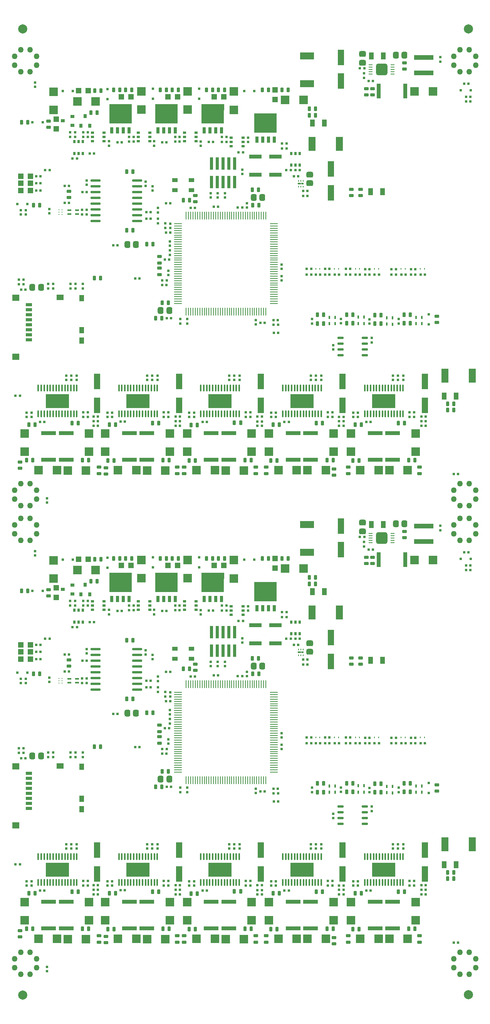
<source format=gtp>
G04 Layer_Color=8421504*
%FSLAX24Y24*%
%MOIN*%
G70*
G01*
G75*
G04:AMPARAMS|DCode=11|XSize=78.7mil|YSize=78.7mil|CornerRadius=39.4mil|HoleSize=0mil|Usage=FLASHONLY|Rotation=90.000|XOffset=0mil|YOffset=0mil|HoleType=Round|Shape=RoundedRectangle|*
%AMROUNDEDRECTD11*
21,1,0.0787,0.0000,0,0,90.0*
21,1,0.0000,0.0787,0,0,90.0*
1,1,0.0787,0.0000,0.0000*
1,1,0.0787,0.0000,0.0000*
1,1,0.0787,0.0000,0.0000*
1,1,0.0787,0.0000,0.0000*
%
%ADD11ROUNDEDRECTD11*%
%ADD19C,0.0500*%
%ADD33R,0.0110X0.0157*%
%ADD65R,0.0591X0.0453*%
%ADD138R,0.0256X0.0118*%
%ADD139R,0.0217X0.0118*%
%ADD140R,0.0300X0.0340*%
%ADD141R,0.0340X0.0300*%
%ADD142R,0.2035X0.1200*%
%ADD143O,0.0118X0.0649*%
G04:AMPARAMS|DCode=144|XSize=20mil|YSize=22mil|CornerRadius=3.4mil|HoleSize=0mil|Usage=FLASHONLY|Rotation=180.000|XOffset=0mil|YOffset=0mil|HoleType=Round|Shape=RoundedRectangle|*
%AMROUNDEDRECTD144*
21,1,0.0200,0.0152,0,0,180.0*
21,1,0.0132,0.0220,0,0,180.0*
1,1,0.0068,-0.0066,0.0076*
1,1,0.0068,0.0066,0.0076*
1,1,0.0068,0.0066,-0.0076*
1,1,0.0068,-0.0066,-0.0076*
%
%ADD144ROUNDEDRECTD144*%
%ADD145R,0.1279X0.0334*%
G04:AMPARAMS|DCode=146|XSize=20mil|YSize=22mil|CornerRadius=3.4mil|HoleSize=0mil|Usage=FLASHONLY|Rotation=270.000|XOffset=0mil|YOffset=0mil|HoleType=Round|Shape=RoundedRectangle|*
%AMROUNDEDRECTD146*
21,1,0.0200,0.0152,0,0,270.0*
21,1,0.0132,0.0220,0,0,270.0*
1,1,0.0068,-0.0076,-0.0066*
1,1,0.0068,-0.0076,0.0066*
1,1,0.0068,0.0076,0.0066*
1,1,0.0068,0.0076,-0.0066*
%
%ADD146ROUNDEDRECTD146*%
G04:AMPARAMS|DCode=147|XSize=27.1mil|YSize=37.4mil|CornerRadius=4.8mil|HoleSize=0mil|Usage=FLASHONLY|Rotation=0.000|XOffset=0mil|YOffset=0mil|HoleType=Round|Shape=RoundedRectangle|*
%AMROUNDEDRECTD147*
21,1,0.0271,0.0277,0,0,0.0*
21,1,0.0175,0.0374,0,0,0.0*
1,1,0.0097,0.0087,-0.0139*
1,1,0.0097,-0.0087,-0.0139*
1,1,0.0097,-0.0087,0.0139*
1,1,0.0097,0.0087,0.0139*
%
%ADD147ROUNDEDRECTD147*%
%ADD148R,0.0452X0.0334*%
%ADD149R,0.0216X0.0315*%
%ADD150R,0.0315X0.0216*%
%ADD151O,0.0571X0.0216*%
%ADD152O,0.0886X0.0216*%
G04:AMPARAMS|DCode=153|XSize=103mil|YSize=103mil|CornerRadius=25.3mil|HoleSize=0mil|Usage=FLASHONLY|Rotation=0.000|XOffset=0mil|YOffset=0mil|HoleType=Round|Shape=RoundedRectangle|*
%AMROUNDEDRECTD153*
21,1,0.1030,0.0525,0,0,0.0*
21,1,0.0525,0.1030,0,0,0.0*
1,1,0.0505,0.0263,-0.0263*
1,1,0.0505,-0.0263,-0.0263*
1,1,0.0505,-0.0263,0.0263*
1,1,0.0505,0.0263,0.0263*
%
%ADD153ROUNDEDRECTD153*%
%ADD154R,0.0382X0.0098*%
%ADD155O,0.0098X0.0689*%
%ADD156O,0.0689X0.0098*%
%ADD157R,0.1082X0.0374*%
G04:AMPARAMS|DCode=158|XSize=27.1mil|YSize=37.4mil|CornerRadius=4.8mil|HoleSize=0mil|Usage=FLASHONLY|Rotation=270.000|XOffset=0mil|YOffset=0mil|HoleType=Round|Shape=RoundedRectangle|*
%AMROUNDEDRECTD158*
21,1,0.0271,0.0277,0,0,270.0*
21,1,0.0175,0.0374,0,0,270.0*
1,1,0.0097,-0.0139,-0.0087*
1,1,0.0097,-0.0139,0.0087*
1,1,0.0097,0.0139,0.0087*
1,1,0.0097,0.0139,-0.0087*
%
%ADD158ROUNDEDRECTD158*%
%ADD159R,0.0334X0.1279*%
%ADD160R,0.1950X0.1680*%
%ADD161R,0.0260X0.0540*%
%ADD162R,0.0460X0.0460*%
%ADD163R,0.0334X0.0137*%
%ADD164R,0.1653X0.0445*%
G04:AMPARAMS|DCode=165|XSize=50mil|YSize=58mil|CornerRadius=12mil|HoleSize=0mil|Usage=FLASHONLY|Rotation=0.000|XOffset=0mil|YOffset=0mil|HoleType=Round|Shape=RoundedRectangle|*
%AMROUNDEDRECTD165*
21,1,0.0500,0.0340,0,0,0.0*
21,1,0.0260,0.0580,0,0,0.0*
1,1,0.0240,0.0130,-0.0170*
1,1,0.0240,-0.0130,-0.0170*
1,1,0.0240,-0.0130,0.0170*
1,1,0.0240,0.0130,0.0170*
%
%ADD165ROUNDEDRECTD165*%
%ADD166R,0.0275X0.1082*%
%ADD167R,0.0460X0.0460*%
%ADD168R,0.0770X0.0770*%
%ADD169R,0.0770X0.0770*%
%ADD170R,0.0220X0.0220*%
%ADD171R,0.0108X0.0086*%
%ADD172R,0.0180X0.0260*%
%ADD173R,0.0220X0.0220*%
%ADD174R,0.0610X0.1240*%
%ADD175R,0.1240X0.0610*%
G04:AMPARAMS|DCode=176|XSize=50mil|YSize=58mil|CornerRadius=12mil|HoleSize=0mil|Usage=FLASHONLY|Rotation=90.000|XOffset=0mil|YOffset=0mil|HoleType=Round|Shape=RoundedRectangle|*
%AMROUNDEDRECTD176*
21,1,0.0500,0.0340,0,0,90.0*
21,1,0.0260,0.0580,0,0,90.0*
1,1,0.0240,0.0170,0.0130*
1,1,0.0240,0.0170,-0.0130*
1,1,0.0240,-0.0170,-0.0130*
1,1,0.0240,-0.0170,0.0130*
%
%ADD176ROUNDEDRECTD176*%
%ADD177R,0.0413X0.0649*%
%ADD178R,0.0531X0.1319*%
%ADD179R,0.0098X0.0137*%
%ADD180R,0.0433X0.0571*%
%ADD181R,0.0571X0.0295*%
%ADD182R,0.0649X0.0531*%
G36*
X20192Y36205D02*
Y36153D01*
X19980D01*
Y36205D01*
X20015Y36240D01*
X20157D01*
X20192Y36205D01*
D02*
G37*
G36*
X20571D02*
Y36153D01*
X20361D01*
Y36205D01*
X20401Y36240D01*
X20541D01*
X20571Y36205D01*
D02*
G37*
G36*
X19818Y36201D02*
Y36153D01*
X19677D01*
Y36244D01*
X19775D01*
X19818Y36201D01*
D02*
G37*
G36*
X16561Y36205D02*
Y36153D01*
X16351D01*
Y36205D01*
X16391Y36240D01*
X16531D01*
X16561Y36205D01*
D02*
G37*
G36*
X16861Y36153D02*
X16731D01*
Y36201D01*
X16771Y36244D01*
X16861D01*
Y36153D01*
D02*
G37*
G36*
X24369Y36761D02*
X24334Y36731D01*
X24184D01*
X24145Y36771D01*
Y37011D01*
X24369D01*
Y36761D01*
D02*
G37*
G36*
X24747D02*
X24712Y36731D01*
X24562D01*
X24523Y36771D01*
Y37011D01*
X24747D01*
Y36761D01*
D02*
G37*
G36*
X25796Y36491D02*
X25696D01*
Y37011D01*
X25796D01*
Y36491D01*
D02*
G37*
G36*
X20871Y36153D02*
X20741D01*
Y36201D01*
X20781Y36244D01*
X20871D01*
Y36153D01*
D02*
G37*
G36*
X23976Y36491D02*
X23865D01*
Y37011D01*
X23976D01*
Y36491D01*
D02*
G37*
G36*
X25426Y35353D02*
X25296D01*
Y35401D01*
X25336Y35444D01*
X25426D01*
Y35353D01*
D02*
G37*
G36*
X11823Y36201D02*
Y36153D01*
X11681D01*
Y36244D01*
X11780D01*
X11823Y36201D01*
D02*
G37*
G36*
X25126Y35405D02*
Y35353D01*
X24916D01*
Y35405D01*
X24956Y35440D01*
X25096D01*
X25126Y35405D01*
D02*
G37*
G36*
X24373Y35401D02*
Y35353D01*
X24232D01*
Y35444D01*
X24330D01*
X24373Y35401D01*
D02*
G37*
G36*
X24747Y35405D02*
Y35353D01*
X24535D01*
Y35405D01*
X24570Y35440D01*
X24712D01*
X24747Y35405D01*
D02*
G37*
G36*
X15808Y36201D02*
Y36153D01*
X15667D01*
Y36244D01*
X15765D01*
X15808Y36201D01*
D02*
G37*
G36*
X16182Y36205D02*
Y36153D01*
X15970D01*
Y36205D01*
X16005Y36240D01*
X16147D01*
X16182Y36205D01*
D02*
G37*
G36*
X12876Y36153D02*
X12746D01*
Y36201D01*
X12786Y36244D01*
X12876D01*
Y36153D01*
D02*
G37*
G36*
X12197Y36205D02*
Y36153D01*
X11985D01*
Y36205D01*
X12020Y36240D01*
X12162D01*
X12197Y36205D01*
D02*
G37*
G36*
X12576D02*
Y36153D01*
X12366D01*
Y36205D01*
X12406Y36240D01*
X12546D01*
X12576Y36205D01*
D02*
G37*
G36*
X16182Y37561D02*
X16147Y37531D01*
X15997D01*
X15958Y37571D01*
Y37811D01*
X16182D01*
Y37561D01*
D02*
G37*
G36*
X16561Y37571D02*
X16521Y37531D01*
X16381D01*
X16341Y37571D01*
Y37811D01*
X16561D01*
Y37571D01*
D02*
G37*
G36*
X15804Y37561D02*
X15769Y37531D01*
X15619D01*
X15580Y37571D01*
Y37811D01*
X15804D01*
Y37561D01*
D02*
G37*
G36*
X12576Y37571D02*
X12536Y37531D01*
X12396D01*
X12356Y37571D01*
Y37811D01*
X12576D01*
Y37571D01*
D02*
G37*
G36*
X12946D02*
X12916Y37531D01*
X12766D01*
X12726Y37571D01*
Y37811D01*
X12946D01*
Y37571D01*
D02*
G37*
G36*
X20571D02*
X20531Y37531D01*
X20391D01*
X20351Y37571D01*
Y37811D01*
X20571D01*
Y37571D01*
D02*
G37*
G36*
X20941D02*
X20911Y37531D01*
X20761D01*
X20721Y37571D01*
Y37811D01*
X20941D01*
Y37571D01*
D02*
G37*
G36*
X20192Y37561D02*
X20157Y37531D01*
X20007D01*
X19968Y37571D01*
Y37811D01*
X20192D01*
Y37561D01*
D02*
G37*
G36*
X16931Y37571D02*
X16901Y37531D01*
X16751D01*
X16711Y37571D01*
Y37811D01*
X16931D01*
Y37571D01*
D02*
G37*
G36*
X19814Y37561D02*
X19779Y37531D01*
X19629D01*
X19590Y37571D01*
Y37811D01*
X19814D01*
Y37561D01*
D02*
G37*
G36*
X13246Y37291D02*
X13146D01*
Y37811D01*
X13246D01*
Y37291D01*
D02*
G37*
G36*
X15411D02*
X15300D01*
Y37811D01*
X15411D01*
Y37291D01*
D02*
G37*
G36*
X11426D02*
X11315D01*
Y37811D01*
X11426D01*
Y37291D01*
D02*
G37*
G36*
X25126Y36771D02*
X25086Y36731D01*
X24946D01*
X24906Y36771D01*
Y37011D01*
X25126D01*
Y36771D01*
D02*
G37*
G36*
X25496D02*
X25466Y36731D01*
X25316D01*
X25276Y36771D01*
Y37011D01*
X25496D01*
Y36771D01*
D02*
G37*
G36*
X11819Y37561D02*
X11784Y37531D01*
X11634D01*
X11595Y37571D01*
Y37811D01*
X11819D01*
Y37561D01*
D02*
G37*
G36*
X12197D02*
X12162Y37531D01*
X12012D01*
X11973Y37571D01*
Y37811D01*
X12197D01*
Y37561D01*
D02*
G37*
G36*
X21241Y37291D02*
X21141D01*
Y37811D01*
X21241D01*
Y37291D01*
D02*
G37*
G36*
X17231D02*
X17131D01*
Y37811D01*
X17231D01*
Y37291D01*
D02*
G37*
G36*
X19421D02*
X19310D01*
Y37811D01*
X19421D01*
Y37291D01*
D02*
G37*
G36*
X20192Y76705D02*
Y76653D01*
X19980D01*
Y76705D01*
X20015Y76740D01*
X20157D01*
X20192Y76705D01*
D02*
G37*
G36*
X20571D02*
Y76653D01*
X20361D01*
Y76705D01*
X20401Y76740D01*
X20541D01*
X20571Y76705D01*
D02*
G37*
G36*
X19818Y76701D02*
Y76653D01*
X19677D01*
Y76744D01*
X19775D01*
X19818Y76701D01*
D02*
G37*
G36*
X16561Y76705D02*
Y76653D01*
X16351D01*
Y76705D01*
X16391Y76740D01*
X16531D01*
X16561Y76705D01*
D02*
G37*
G36*
X16861Y76653D02*
X16731D01*
Y76701D01*
X16771Y76744D01*
X16861D01*
Y76653D01*
D02*
G37*
G36*
X24369Y77261D02*
X24334Y77231D01*
X24184D01*
X24145Y77271D01*
Y77511D01*
X24369D01*
Y77261D01*
D02*
G37*
G36*
X24747D02*
X24712Y77231D01*
X24562D01*
X24523Y77271D01*
Y77511D01*
X24747D01*
Y77261D01*
D02*
G37*
G36*
X25796Y76991D02*
X25696D01*
Y77511D01*
X25796D01*
Y76991D01*
D02*
G37*
G36*
X20871Y76653D02*
X20741D01*
Y76701D01*
X20781Y76744D01*
X20871D01*
Y76653D01*
D02*
G37*
G36*
X23976Y76991D02*
X23865D01*
Y77511D01*
X23976D01*
Y76991D01*
D02*
G37*
G36*
X25426Y75853D02*
X25296D01*
Y75901D01*
X25336Y75944D01*
X25426D01*
Y75853D01*
D02*
G37*
G36*
X11823Y76701D02*
Y76653D01*
X11681D01*
Y76744D01*
X11780D01*
X11823Y76701D01*
D02*
G37*
G36*
X25126Y75904D02*
Y75853D01*
X24916D01*
Y75904D01*
X24956Y75940D01*
X25096D01*
X25126Y75904D01*
D02*
G37*
G36*
X24373Y75901D02*
Y75853D01*
X24232D01*
Y75944D01*
X24330D01*
X24373Y75901D01*
D02*
G37*
G36*
X24747Y75904D02*
Y75853D01*
X24535D01*
Y75904D01*
X24570Y75940D01*
X24712D01*
X24747Y75904D01*
D02*
G37*
G36*
X15808Y76701D02*
Y76653D01*
X15667D01*
Y76744D01*
X15765D01*
X15808Y76701D01*
D02*
G37*
G36*
X16182Y76705D02*
Y76653D01*
X15970D01*
Y76705D01*
X16005Y76740D01*
X16147D01*
X16182Y76705D01*
D02*
G37*
G36*
X12876Y76653D02*
X12746D01*
Y76701D01*
X12786Y76744D01*
X12876D01*
Y76653D01*
D02*
G37*
G36*
X12197Y76705D02*
Y76653D01*
X11985D01*
Y76705D01*
X12020Y76740D01*
X12162D01*
X12197Y76705D01*
D02*
G37*
G36*
X12576D02*
Y76653D01*
X12366D01*
Y76705D01*
X12406Y76740D01*
X12546D01*
X12576Y76705D01*
D02*
G37*
G36*
X16182Y78061D02*
X16147Y78031D01*
X15997D01*
X15958Y78071D01*
Y78311D01*
X16182D01*
Y78061D01*
D02*
G37*
G36*
X16561Y78071D02*
X16521Y78031D01*
X16381D01*
X16341Y78071D01*
Y78311D01*
X16561D01*
Y78071D01*
D02*
G37*
G36*
X15804Y78061D02*
X15769Y78031D01*
X15619D01*
X15580Y78071D01*
Y78311D01*
X15804D01*
Y78061D01*
D02*
G37*
G36*
X12576Y78071D02*
X12536Y78031D01*
X12396D01*
X12356Y78071D01*
Y78311D01*
X12576D01*
Y78071D01*
D02*
G37*
G36*
X12946D02*
X12916Y78031D01*
X12766D01*
X12726Y78071D01*
Y78311D01*
X12946D01*
Y78071D01*
D02*
G37*
G36*
X20571D02*
X20531Y78031D01*
X20391D01*
X20351Y78071D01*
Y78311D01*
X20571D01*
Y78071D01*
D02*
G37*
G36*
X20941D02*
X20911Y78031D01*
X20761D01*
X20721Y78071D01*
Y78311D01*
X20941D01*
Y78071D01*
D02*
G37*
G36*
X20192Y78061D02*
X20157Y78031D01*
X20007D01*
X19968Y78071D01*
Y78311D01*
X20192D01*
Y78061D01*
D02*
G37*
G36*
X16931Y78071D02*
X16901Y78031D01*
X16751D01*
X16711Y78071D01*
Y78311D01*
X16931D01*
Y78071D01*
D02*
G37*
G36*
X19814Y78061D02*
X19779Y78031D01*
X19629D01*
X19590Y78071D01*
Y78311D01*
X19814D01*
Y78061D01*
D02*
G37*
G36*
X13246Y77791D02*
X13146D01*
Y78311D01*
X13246D01*
Y77791D01*
D02*
G37*
G36*
X15411D02*
X15300D01*
Y78311D01*
X15411D01*
Y77791D01*
D02*
G37*
G36*
X11426D02*
X11315D01*
Y78311D01*
X11426D01*
Y77791D01*
D02*
G37*
G36*
X25126Y77271D02*
X25086Y77231D01*
X24946D01*
X24906Y77271D01*
Y77511D01*
X25126D01*
Y77271D01*
D02*
G37*
G36*
X25496D02*
X25466Y77231D01*
X25316D01*
X25276Y77271D01*
Y77511D01*
X25496D01*
Y77271D01*
D02*
G37*
G36*
X11819Y78061D02*
X11784Y78031D01*
X11634D01*
X11595Y78071D01*
Y78311D01*
X11819D01*
Y78061D01*
D02*
G37*
G36*
X12197D02*
X12162Y78031D01*
X12012D01*
X11973Y78071D01*
Y78311D01*
X12197D01*
Y78061D01*
D02*
G37*
G36*
X21241Y77791D02*
X21141D01*
Y78311D01*
X21241D01*
Y77791D01*
D02*
G37*
G36*
X17231D02*
X17131D01*
Y78311D01*
X17231D01*
Y77791D01*
D02*
G37*
G36*
X19421D02*
X19310D01*
Y78311D01*
X19421D01*
Y77791D01*
D02*
G37*
D11*
X3811Y84819D02*
D03*
X42400D02*
D03*
Y1341D02*
D03*
X3811Y1311D02*
D03*
D19*
X43006Y3667D02*
D03*
Y4455D02*
D03*
X42455Y5006D02*
D03*
X41667D02*
D03*
X41116Y4455D02*
D03*
Y3667D02*
D03*
X41667Y3116D02*
D03*
X42455D02*
D03*
X43006Y41167D02*
D03*
Y41955D02*
D03*
X42455Y42506D02*
D03*
X41667D02*
D03*
X41116Y41955D02*
D03*
Y41167D02*
D03*
X41667Y40616D02*
D03*
X42455D02*
D03*
X5006Y41167D02*
D03*
Y41955D02*
D03*
X4455Y42506D02*
D03*
X3667D02*
D03*
X3116Y41955D02*
D03*
Y41167D02*
D03*
X3667Y40616D02*
D03*
X4455D02*
D03*
X5006Y3667D02*
D03*
Y4455D02*
D03*
X4455Y5006D02*
D03*
X3667D02*
D03*
X3116Y4455D02*
D03*
Y3667D02*
D03*
X3667Y3116D02*
D03*
X4455D02*
D03*
X43006Y44167D02*
D03*
Y44955D02*
D03*
X42455Y45506D02*
D03*
X41667D02*
D03*
X41116Y44955D02*
D03*
Y44167D02*
D03*
X41667Y43616D02*
D03*
X42455D02*
D03*
X43006Y81667D02*
D03*
Y82455D02*
D03*
X42455Y83006D02*
D03*
X41667D02*
D03*
X41116Y82455D02*
D03*
Y81667D02*
D03*
X41667Y81116D02*
D03*
X42455D02*
D03*
X5006Y81667D02*
D03*
Y82455D02*
D03*
X4455Y83006D02*
D03*
X3667D02*
D03*
X3116Y82455D02*
D03*
Y81667D02*
D03*
X3667Y81116D02*
D03*
X4455D02*
D03*
X5006Y44167D02*
D03*
Y44955D02*
D03*
X4455Y45506D02*
D03*
X3667D02*
D03*
X3116Y44955D02*
D03*
Y44167D02*
D03*
X3667Y43616D02*
D03*
X4455D02*
D03*
D33*
X27684Y30675D02*
D03*
X27881D02*
D03*
X28078D02*
D03*
Y31187D02*
D03*
X27881D02*
D03*
X27684D02*
D03*
Y71175D02*
D03*
X27881D02*
D03*
X28078D02*
D03*
Y71687D02*
D03*
X27881D02*
D03*
X27684D02*
D03*
D65*
X7054Y21110D02*
D03*
Y61610D02*
D03*
D138*
X27753Y30931D02*
D03*
Y71431D02*
D03*
D139*
X28029Y30931D02*
D03*
Y71431D02*
D03*
D140*
X8860Y35927D02*
D03*
X9614D02*
D03*
X9234Y36761D02*
D03*
X8860Y76427D02*
D03*
X9614D02*
D03*
X9234Y77261D02*
D03*
D141*
X8132Y35986D02*
D03*
Y36740D02*
D03*
X7298Y36360D02*
D03*
X8132Y76486D02*
D03*
Y77240D02*
D03*
X7298Y76860D02*
D03*
D142*
X6835Y12151D02*
D03*
X13804D02*
D03*
X20895D02*
D03*
X27981D02*
D03*
X35070D02*
D03*
X6835Y52651D02*
D03*
X13804D02*
D03*
X20895D02*
D03*
X27981D02*
D03*
X35070D02*
D03*
D143*
X8499Y13273D02*
D03*
X8243D02*
D03*
X7987D02*
D03*
X7731D02*
D03*
X7475D02*
D03*
X7219D02*
D03*
X6963D02*
D03*
X6708D02*
D03*
X6452D02*
D03*
X6196D02*
D03*
X5940D02*
D03*
X5684D02*
D03*
X5428D02*
D03*
X5172D02*
D03*
X8499Y11029D02*
D03*
X8243D02*
D03*
X7987D02*
D03*
X7731D02*
D03*
X7475D02*
D03*
X7219D02*
D03*
X6963D02*
D03*
X6708D02*
D03*
X6452D02*
D03*
X6196D02*
D03*
X5940D02*
D03*
X5684D02*
D03*
X5428D02*
D03*
X5172D02*
D03*
X12141D02*
D03*
X12397D02*
D03*
X12652D02*
D03*
X12908D02*
D03*
X13164D02*
D03*
X13420D02*
D03*
X13676D02*
D03*
X13932D02*
D03*
X14188D02*
D03*
X14444D02*
D03*
X14700D02*
D03*
X14956D02*
D03*
X15212D02*
D03*
X15467D02*
D03*
X12141Y13273D02*
D03*
X12397D02*
D03*
X12652D02*
D03*
X12908D02*
D03*
X13164D02*
D03*
X13420D02*
D03*
X13676D02*
D03*
X13932D02*
D03*
X14188D02*
D03*
X14444D02*
D03*
X14700D02*
D03*
X14956D02*
D03*
X15212D02*
D03*
X15467D02*
D03*
X22559D02*
D03*
X22303D02*
D03*
X22047D02*
D03*
X21791D02*
D03*
X21535D02*
D03*
X21279D02*
D03*
X21023D02*
D03*
X20767D02*
D03*
X20511D02*
D03*
X20255D02*
D03*
X20000D02*
D03*
X19744D02*
D03*
X19488D02*
D03*
X19232D02*
D03*
X22559Y11029D02*
D03*
X22303D02*
D03*
X22047D02*
D03*
X21791D02*
D03*
X21535D02*
D03*
X21279D02*
D03*
X21023D02*
D03*
X20767D02*
D03*
X20511D02*
D03*
X20255D02*
D03*
X20000D02*
D03*
X19744D02*
D03*
X19488D02*
D03*
X19232D02*
D03*
X26318D02*
D03*
X26574D02*
D03*
X26830D02*
D03*
X27086D02*
D03*
X27341D02*
D03*
X27597D02*
D03*
X27853D02*
D03*
X28109D02*
D03*
X28365D02*
D03*
X28621D02*
D03*
X28877D02*
D03*
X29133D02*
D03*
X29389D02*
D03*
X29645D02*
D03*
X26318Y13273D02*
D03*
X26574D02*
D03*
X26830D02*
D03*
X27086D02*
D03*
X27341D02*
D03*
X27597D02*
D03*
X27853D02*
D03*
X28109D02*
D03*
X28365D02*
D03*
X28621D02*
D03*
X28877D02*
D03*
X29133D02*
D03*
X29389D02*
D03*
X29645D02*
D03*
X36733D02*
D03*
X36477D02*
D03*
X36221D02*
D03*
X35965D02*
D03*
X35710D02*
D03*
X35454D02*
D03*
X35198D02*
D03*
X34942D02*
D03*
X34686D02*
D03*
X34430D02*
D03*
X34174D02*
D03*
X33918D02*
D03*
X33662D02*
D03*
X33406D02*
D03*
X36733Y11029D02*
D03*
X36477D02*
D03*
X36221D02*
D03*
X35965D02*
D03*
X35710D02*
D03*
X35454D02*
D03*
X35198D02*
D03*
X34942D02*
D03*
X34686D02*
D03*
X34430D02*
D03*
X34174D02*
D03*
X33918D02*
D03*
X33662D02*
D03*
X33406D02*
D03*
X8499Y53773D02*
D03*
X8243D02*
D03*
X7987D02*
D03*
X7731D02*
D03*
X7475D02*
D03*
X7219D02*
D03*
X6963D02*
D03*
X6708D02*
D03*
X6452D02*
D03*
X6196D02*
D03*
X5940D02*
D03*
X5684D02*
D03*
X5428D02*
D03*
X5172D02*
D03*
X8499Y51529D02*
D03*
X8243D02*
D03*
X7987D02*
D03*
X7731D02*
D03*
X7475D02*
D03*
X7219D02*
D03*
X6963D02*
D03*
X6708D02*
D03*
X6452D02*
D03*
X6196D02*
D03*
X5940D02*
D03*
X5684D02*
D03*
X5428D02*
D03*
X5172D02*
D03*
X12141D02*
D03*
X12397D02*
D03*
X12652D02*
D03*
X12908D02*
D03*
X13164D02*
D03*
X13420D02*
D03*
X13676D02*
D03*
X13932D02*
D03*
X14188D02*
D03*
X14444D02*
D03*
X14700D02*
D03*
X14956D02*
D03*
X15212D02*
D03*
X15467D02*
D03*
X12141Y53773D02*
D03*
X12397D02*
D03*
X12652D02*
D03*
X12908D02*
D03*
X13164D02*
D03*
X13420D02*
D03*
X13676D02*
D03*
X13932D02*
D03*
X14188D02*
D03*
X14444D02*
D03*
X14700D02*
D03*
X14956D02*
D03*
X15212D02*
D03*
X15467D02*
D03*
X22559D02*
D03*
X22303D02*
D03*
X22047D02*
D03*
X21791D02*
D03*
X21535D02*
D03*
X21279D02*
D03*
X21023D02*
D03*
X20767D02*
D03*
X20511D02*
D03*
X20255D02*
D03*
X20000D02*
D03*
X19744D02*
D03*
X19488D02*
D03*
X19232D02*
D03*
X22559Y51529D02*
D03*
X22303D02*
D03*
X22047D02*
D03*
X21791D02*
D03*
X21535D02*
D03*
X21279D02*
D03*
X21023D02*
D03*
X20767D02*
D03*
X20511D02*
D03*
X20255D02*
D03*
X20000D02*
D03*
X19744D02*
D03*
X19488D02*
D03*
X19232D02*
D03*
X26318D02*
D03*
X26574D02*
D03*
X26830D02*
D03*
X27086D02*
D03*
X27341D02*
D03*
X27597D02*
D03*
X27853D02*
D03*
X28109D02*
D03*
X28365D02*
D03*
X28621D02*
D03*
X28877D02*
D03*
X29133D02*
D03*
X29389D02*
D03*
X29645D02*
D03*
X26318Y53773D02*
D03*
X26574D02*
D03*
X26830D02*
D03*
X27086D02*
D03*
X27341D02*
D03*
X27597D02*
D03*
X27853D02*
D03*
X28109D02*
D03*
X28365D02*
D03*
X28621D02*
D03*
X28877D02*
D03*
X29133D02*
D03*
X29389D02*
D03*
X29645D02*
D03*
X36733D02*
D03*
X36477D02*
D03*
X36221D02*
D03*
X35965D02*
D03*
X35710D02*
D03*
X35454D02*
D03*
X35198D02*
D03*
X34942D02*
D03*
X34686D02*
D03*
X34430D02*
D03*
X34174D02*
D03*
X33918D02*
D03*
X33662D02*
D03*
X33406D02*
D03*
X36733Y51529D02*
D03*
X36477D02*
D03*
X36221D02*
D03*
X35965D02*
D03*
X35710D02*
D03*
X35454D02*
D03*
X35198D02*
D03*
X34942D02*
D03*
X34686D02*
D03*
X34430D02*
D03*
X34174D02*
D03*
X33918D02*
D03*
X33662D02*
D03*
X33406D02*
D03*
D144*
X24510Y10795D02*
D03*
X24131D02*
D03*
X9350Y28281D02*
D03*
X8971D02*
D03*
X14900Y28461D02*
D03*
X14521D02*
D03*
X9350Y28671D02*
D03*
X8971D02*
D03*
X14890Y27911D02*
D03*
X14511D02*
D03*
X16500Y24381D02*
D03*
X16121D02*
D03*
X16211Y29251D02*
D03*
X16590D02*
D03*
X25910Y18731D02*
D03*
X25531D02*
D03*
X5762Y32111D02*
D03*
X6141D02*
D03*
X3580Y12621D02*
D03*
X3201D02*
D03*
X41112Y5841D02*
D03*
X41491D02*
D03*
X42008Y39567D02*
D03*
X42387D02*
D03*
X3881Y22251D02*
D03*
X3502D02*
D03*
X42177Y38028D02*
D03*
X42556D02*
D03*
X32994Y40895D02*
D03*
X33373D02*
D03*
X5361Y31571D02*
D03*
X4982D02*
D03*
X27411Y32121D02*
D03*
X27790D02*
D03*
X26271Y34411D02*
D03*
X26650D02*
D03*
X26271Y33991D02*
D03*
X26650D02*
D03*
X21071Y34961D02*
D03*
X21450D02*
D03*
X25522Y19131D02*
D03*
X25901D02*
D03*
X21071Y34531D02*
D03*
X21450D02*
D03*
X19921D02*
D03*
X20300D02*
D03*
X17011Y34961D02*
D03*
X17390D02*
D03*
X17011Y34561D02*
D03*
X17390D02*
D03*
X15891Y34511D02*
D03*
X16270D02*
D03*
X13031Y34961D02*
D03*
X13410D02*
D03*
X13031Y34561D02*
D03*
X13410D02*
D03*
X25920Y18041D02*
D03*
X25541D02*
D03*
X12021Y34501D02*
D03*
X12400D02*
D03*
X9622Y33551D02*
D03*
X10001D02*
D03*
X12021Y25601D02*
D03*
X11642D02*
D03*
X17430Y10021D02*
D03*
X17051D02*
D03*
X10320Y10011D02*
D03*
X9941D02*
D03*
X38690Y10801D02*
D03*
X38311D02*
D03*
X31580Y10791D02*
D03*
X31201D02*
D03*
X17430Y10801D02*
D03*
X17051D02*
D03*
X10320D02*
D03*
X9941D02*
D03*
X36961Y23081D02*
D03*
X36582D02*
D03*
X33001D02*
D03*
X32622D02*
D03*
X29571Y23080D02*
D03*
X29192D02*
D03*
X35732Y23081D02*
D03*
X36111D02*
D03*
X31792D02*
D03*
X32171D02*
D03*
X28402Y23561D02*
D03*
X28781D02*
D03*
X38621Y23081D02*
D03*
X38242D02*
D03*
X34651D02*
D03*
X34272D02*
D03*
X31191D02*
D03*
X30812D02*
D03*
X37412D02*
D03*
X37791D02*
D03*
X33442D02*
D03*
X33821D02*
D03*
X29992D02*
D03*
X30371D02*
D03*
X4981Y30351D02*
D03*
X5360D02*
D03*
X4981Y30961D02*
D03*
X5360D02*
D03*
X13932Y22748D02*
D03*
X13553D02*
D03*
X20341Y28931D02*
D03*
X20720D02*
D03*
X33553Y10331D02*
D03*
X33930D02*
D03*
X26464D02*
D03*
X26841D02*
D03*
X12287Y10361D02*
D03*
X12664D02*
D03*
X5318Y10331D02*
D03*
X5695D02*
D03*
X8981Y30221D02*
D03*
X9358D02*
D03*
X7461Y30741D02*
D03*
X7838D02*
D03*
X7831Y29291D02*
D03*
X7454D02*
D03*
X38688Y10401D02*
D03*
X38311D02*
D03*
X31578D02*
D03*
X31201D02*
D03*
X17428Y10411D02*
D03*
X17051D02*
D03*
X10318Y10401D02*
D03*
X9941D02*
D03*
X42553Y38428D02*
D03*
X42176D02*
D03*
X3504Y22651D02*
D03*
X3881D02*
D03*
X33757Y39815D02*
D03*
X34134D02*
D03*
X38311Y10011D02*
D03*
X38688D02*
D03*
X31201D02*
D03*
X31578D02*
D03*
X28094Y30301D02*
D03*
X28471D02*
D03*
X28094Y29871D02*
D03*
X28471D02*
D03*
X27668Y31581D02*
D03*
X27291D02*
D03*
X24771Y18921D02*
D03*
X24394D02*
D03*
X22431Y28881D02*
D03*
X22808D02*
D03*
X35734Y23551D02*
D03*
X36111D02*
D03*
X31794Y23561D02*
D03*
X32171D02*
D03*
X28404Y23081D02*
D03*
X28781D02*
D03*
X15891Y22161D02*
D03*
X16268D02*
D03*
X16221Y26721D02*
D03*
X16598D02*
D03*
X15901Y22561D02*
D03*
X16278D02*
D03*
X37414Y23551D02*
D03*
X37791D02*
D03*
X33444D02*
D03*
X33821D02*
D03*
X29994Y23561D02*
D03*
X30371D02*
D03*
X16651Y19321D02*
D03*
X16274D02*
D03*
X18721Y28841D02*
D03*
X18344D02*
D03*
X19378Y10331D02*
D03*
X19755D02*
D03*
X24131Y10391D02*
D03*
X24508D02*
D03*
X24131Y10011D02*
D03*
X24508D02*
D03*
X26631Y32121D02*
D03*
X27008D02*
D03*
X22881Y33631D02*
D03*
X22504D02*
D03*
X8511Y33101D02*
D03*
X8134D02*
D03*
X3681Y21781D02*
D03*
X4058D02*
D03*
X24510Y51295D02*
D03*
X24131D02*
D03*
X9350Y68781D02*
D03*
X8971D02*
D03*
X14900Y68961D02*
D03*
X14521D02*
D03*
X9350Y69171D02*
D03*
X8971D02*
D03*
X14890Y68411D02*
D03*
X14511D02*
D03*
X16500Y64881D02*
D03*
X16121D02*
D03*
X16211Y69751D02*
D03*
X16590D02*
D03*
X25910Y59231D02*
D03*
X25531D02*
D03*
X5762Y72611D02*
D03*
X6141D02*
D03*
X3580Y53121D02*
D03*
X3201D02*
D03*
X41112Y46341D02*
D03*
X41491D02*
D03*
X42008Y80067D02*
D03*
X42387D02*
D03*
X3881Y62751D02*
D03*
X3502D02*
D03*
X42177Y78528D02*
D03*
X42556D02*
D03*
X32994Y81395D02*
D03*
X33373D02*
D03*
X5361Y72071D02*
D03*
X4982D02*
D03*
X27411Y72621D02*
D03*
X27790D02*
D03*
X26271Y74911D02*
D03*
X26650D02*
D03*
X26271Y74491D02*
D03*
X26650D02*
D03*
X21071Y75461D02*
D03*
X21450D02*
D03*
X25522Y59631D02*
D03*
X25901D02*
D03*
X21071Y75031D02*
D03*
X21450D02*
D03*
X19921D02*
D03*
X20300D02*
D03*
X17011Y75461D02*
D03*
X17390D02*
D03*
X17011Y75061D02*
D03*
X17390D02*
D03*
X15891Y75011D02*
D03*
X16270D02*
D03*
X13031Y75461D02*
D03*
X13410D02*
D03*
X13031Y75061D02*
D03*
X13410D02*
D03*
X25920Y58541D02*
D03*
X25541D02*
D03*
X12021Y75001D02*
D03*
X12400D02*
D03*
X9622Y74051D02*
D03*
X10001D02*
D03*
X12021Y66101D02*
D03*
X11642D02*
D03*
X17430Y50521D02*
D03*
X17051D02*
D03*
X10320Y50511D02*
D03*
X9941D02*
D03*
X38690Y51301D02*
D03*
X38311D02*
D03*
X31580Y51291D02*
D03*
X31201D02*
D03*
X17430Y51301D02*
D03*
X17051D02*
D03*
X10320D02*
D03*
X9941D02*
D03*
X36961Y63581D02*
D03*
X36582D02*
D03*
X33001D02*
D03*
X32622D02*
D03*
X29571Y63580D02*
D03*
X29192D02*
D03*
X35732Y63581D02*
D03*
X36111D02*
D03*
X31792D02*
D03*
X32171D02*
D03*
X28402Y64061D02*
D03*
X28781D02*
D03*
X38621Y63581D02*
D03*
X38242D02*
D03*
X34651D02*
D03*
X34272D02*
D03*
X31191D02*
D03*
X30812D02*
D03*
X37412D02*
D03*
X37791D02*
D03*
X33442D02*
D03*
X33821D02*
D03*
X29992D02*
D03*
X30371D02*
D03*
X4981Y70851D02*
D03*
X5360D02*
D03*
X4981Y71461D02*
D03*
X5360D02*
D03*
X13932Y63248D02*
D03*
X13553D02*
D03*
X20341Y69431D02*
D03*
X20720D02*
D03*
X33553Y50831D02*
D03*
X33930D02*
D03*
X26464D02*
D03*
X26841D02*
D03*
X12287Y50861D02*
D03*
X12664D02*
D03*
X5318Y50831D02*
D03*
X5695D02*
D03*
X8981Y70721D02*
D03*
X9358D02*
D03*
X7461Y71241D02*
D03*
X7838D02*
D03*
X7831Y69791D02*
D03*
X7454D02*
D03*
X38688Y50901D02*
D03*
X38311D02*
D03*
X31578D02*
D03*
X31201D02*
D03*
X17428Y50911D02*
D03*
X17051D02*
D03*
X10318Y50901D02*
D03*
X9941D02*
D03*
X42553Y78928D02*
D03*
X42176D02*
D03*
X3504Y63151D02*
D03*
X3881D02*
D03*
X33757Y80315D02*
D03*
X34134D02*
D03*
X38311Y50511D02*
D03*
X38688D02*
D03*
X31201D02*
D03*
X31578D02*
D03*
X28094Y70801D02*
D03*
X28471D02*
D03*
X28094Y70371D02*
D03*
X28471D02*
D03*
X27668Y72081D02*
D03*
X27291D02*
D03*
X24771Y59421D02*
D03*
X24394D02*
D03*
X22431Y69381D02*
D03*
X22808D02*
D03*
X35734Y64051D02*
D03*
X36111D02*
D03*
X31794Y64061D02*
D03*
X32171D02*
D03*
X28404Y63581D02*
D03*
X28781D02*
D03*
X15891Y62661D02*
D03*
X16268D02*
D03*
X16221Y67221D02*
D03*
X16598D02*
D03*
X15901Y63061D02*
D03*
X16278D02*
D03*
X37414Y64051D02*
D03*
X37791D02*
D03*
X33444D02*
D03*
X33821D02*
D03*
X29994Y64061D02*
D03*
X30371D02*
D03*
X16651Y59821D02*
D03*
X16274D02*
D03*
X18721Y69341D02*
D03*
X18344D02*
D03*
X19378Y50831D02*
D03*
X19755D02*
D03*
X24131Y50891D02*
D03*
X24508D02*
D03*
X24131Y50511D02*
D03*
X24508D02*
D03*
X26631Y72621D02*
D03*
X27008D02*
D03*
X22881Y74131D02*
D03*
X22504D02*
D03*
X8511Y73601D02*
D03*
X8134D02*
D03*
X3681Y62281D02*
D03*
X4058D02*
D03*
D145*
X21652Y9382D02*
D03*
Y7060D02*
D03*
X20132Y9382D02*
D03*
Y7060D02*
D03*
X34307Y9382D02*
D03*
Y7060D02*
D03*
X27218Y9382D02*
D03*
Y7060D02*
D03*
X13041Y9382D02*
D03*
Y7060D02*
D03*
X6072Y9382D02*
D03*
Y7060D02*
D03*
X35827Y9382D02*
D03*
Y7060D02*
D03*
X28738Y9382D02*
D03*
Y7060D02*
D03*
X14561Y9382D02*
D03*
Y7060D02*
D03*
X7592Y9382D02*
D03*
Y7060D02*
D03*
X21652Y49882D02*
D03*
Y47560D02*
D03*
X20132Y49882D02*
D03*
Y47560D02*
D03*
X34307Y49882D02*
D03*
Y47560D02*
D03*
X27218Y49882D02*
D03*
Y47560D02*
D03*
X13041Y49882D02*
D03*
Y47560D02*
D03*
X6072Y49882D02*
D03*
Y47560D02*
D03*
X35827Y49882D02*
D03*
Y47560D02*
D03*
X28738Y49882D02*
D03*
Y47560D02*
D03*
X14561Y49882D02*
D03*
Y47560D02*
D03*
X7592Y49882D02*
D03*
Y47560D02*
D03*
D146*
X6441Y21881D02*
D03*
Y22260D02*
D03*
X6021Y21881D02*
D03*
Y22260D02*
D03*
X7971Y22261D02*
D03*
Y21882D02*
D03*
X9016Y21886D02*
D03*
Y22265D02*
D03*
X3671Y28274D02*
D03*
Y28651D02*
D03*
X4101Y28271D02*
D03*
Y28650D02*
D03*
X16161Y27121D02*
D03*
Y27500D02*
D03*
X15511Y28830D02*
D03*
Y28451D02*
D03*
Y27522D02*
D03*
Y27901D02*
D03*
X4901Y39302D02*
D03*
Y39681D02*
D03*
X5911Y3750D02*
D03*
Y3371D02*
D03*
X8391Y22261D02*
D03*
Y21882D02*
D03*
X33341Y40091D02*
D03*
Y40470D02*
D03*
X21685Y13971D02*
D03*
Y14350D02*
D03*
X22115Y14351D02*
D03*
Y13972D02*
D03*
X18232Y11148D02*
D03*
Y10769D02*
D03*
X23131Y10781D02*
D03*
Y11160D02*
D03*
X23531D02*
D03*
Y10781D02*
D03*
X23311Y34531D02*
D03*
Y34910D02*
D03*
X9451Y34991D02*
D03*
Y35370D02*
D03*
X9041Y35371D02*
D03*
Y34992D02*
D03*
X8351Y35371D02*
D03*
Y34992D02*
D03*
X7921Y35371D02*
D03*
Y34992D02*
D03*
X35861Y13971D02*
D03*
Y14350D02*
D03*
X28771Y13971D02*
D03*
Y14350D02*
D03*
X14594Y13971D02*
D03*
Y14350D02*
D03*
X7605Y13971D02*
D03*
Y14350D02*
D03*
X36291Y14351D02*
D03*
Y13972D02*
D03*
X29201Y14351D02*
D03*
Y13972D02*
D03*
X15024Y14351D02*
D03*
Y13972D02*
D03*
X8035Y14351D02*
D03*
Y13972D02*
D03*
X32407Y10769D02*
D03*
Y11148D02*
D03*
X25318Y10769D02*
D03*
Y11148D02*
D03*
X11141Y10769D02*
D03*
Y11148D02*
D03*
X4172Y10769D02*
D03*
Y11148D02*
D03*
X37301Y11170D02*
D03*
Y10791D02*
D03*
X30221Y11170D02*
D03*
Y10791D02*
D03*
X37701D02*
D03*
Y11170D02*
D03*
X30621Y10791D02*
D03*
Y11170D02*
D03*
X16431Y10791D02*
D03*
Y11170D02*
D03*
X9471Y10791D02*
D03*
Y11170D02*
D03*
X30701Y16602D02*
D03*
Y16981D02*
D03*
X22811Y31762D02*
D03*
Y32141D02*
D03*
X21311Y29742D02*
D03*
Y30121D02*
D03*
X20691Y30120D02*
D03*
Y29741D02*
D03*
X9361Y30831D02*
D03*
Y31208D02*
D03*
X14461Y30731D02*
D03*
Y31108D02*
D03*
X15041Y30721D02*
D03*
Y30344D02*
D03*
X17441Y19231D02*
D03*
Y18854D02*
D03*
X18071Y19231D02*
D03*
Y18854D02*
D03*
X16581Y27114D02*
D03*
Y27491D02*
D03*
X20091Y29744D02*
D03*
Y30121D02*
D03*
X36351Y18858D02*
D03*
Y19235D02*
D03*
X33821Y18828D02*
D03*
Y19205D02*
D03*
X31361Y19245D02*
D03*
Y18868D02*
D03*
X28851Y19230D02*
D03*
Y18853D02*
D03*
X16031Y10791D02*
D03*
Y11168D02*
D03*
X9071Y10791D02*
D03*
Y11168D02*
D03*
X39941Y41484D02*
D03*
Y41861D02*
D03*
X26231Y23951D02*
D03*
Y23574D02*
D03*
X16551Y25561D02*
D03*
Y25938D02*
D03*
X23981Y18771D02*
D03*
Y19148D02*
D03*
X26221Y22571D02*
D03*
Y22948D02*
D03*
X23211Y29251D02*
D03*
Y28874D02*
D03*
X16561Y25161D02*
D03*
Y24784D02*
D03*
X16411Y23031D02*
D03*
Y23408D02*
D03*
X22585Y13971D02*
D03*
Y14348D02*
D03*
X18645Y10771D02*
D03*
Y11148D02*
D03*
X19221Y34591D02*
D03*
Y34214D02*
D03*
X15191Y34601D02*
D03*
Y34224D02*
D03*
X11281Y34601D02*
D03*
Y34224D02*
D03*
X36751Y14348D02*
D03*
Y13971D02*
D03*
X29671Y14348D02*
D03*
Y13971D02*
D03*
X15491Y14348D02*
D03*
Y13971D02*
D03*
X8505Y14348D02*
D03*
Y13971D02*
D03*
X32820Y11148D02*
D03*
Y10771D02*
D03*
X25731Y11148D02*
D03*
Y10771D02*
D03*
X11554Y11148D02*
D03*
Y10771D02*
D03*
X4585Y11148D02*
D03*
Y10771D02*
D03*
X6111Y28751D02*
D03*
Y28374D02*
D03*
X34021Y17598D02*
D03*
Y17221D02*
D03*
X6441Y62381D02*
D03*
Y62760D02*
D03*
X6021Y62381D02*
D03*
Y62760D02*
D03*
X7971Y62761D02*
D03*
Y62382D02*
D03*
X9016Y62386D02*
D03*
Y62765D02*
D03*
X3671Y68774D02*
D03*
Y69151D02*
D03*
X4101Y68771D02*
D03*
Y69150D02*
D03*
X16161Y67621D02*
D03*
Y68000D02*
D03*
X15511Y69330D02*
D03*
Y68951D02*
D03*
Y68022D02*
D03*
Y68401D02*
D03*
X4901Y79802D02*
D03*
Y80181D02*
D03*
X5911Y44250D02*
D03*
Y43871D02*
D03*
X8391Y62761D02*
D03*
Y62382D02*
D03*
X33341Y80591D02*
D03*
Y80970D02*
D03*
X21685Y54471D02*
D03*
Y54850D02*
D03*
X22115Y54851D02*
D03*
Y54472D02*
D03*
X18232Y51648D02*
D03*
Y51269D02*
D03*
X23131Y51281D02*
D03*
Y51660D02*
D03*
X23531D02*
D03*
Y51281D02*
D03*
X23311Y75031D02*
D03*
Y75410D02*
D03*
X9451Y75491D02*
D03*
Y75870D02*
D03*
X9041Y75871D02*
D03*
Y75492D02*
D03*
X8351Y75871D02*
D03*
Y75492D02*
D03*
X7921Y75871D02*
D03*
Y75492D02*
D03*
X35861Y54471D02*
D03*
Y54850D02*
D03*
X28771Y54471D02*
D03*
Y54850D02*
D03*
X14594Y54471D02*
D03*
Y54850D02*
D03*
X7605Y54471D02*
D03*
Y54850D02*
D03*
X36291Y54851D02*
D03*
Y54472D02*
D03*
X29201Y54851D02*
D03*
Y54472D02*
D03*
X15024Y54851D02*
D03*
Y54472D02*
D03*
X8035Y54851D02*
D03*
Y54472D02*
D03*
X32407Y51269D02*
D03*
Y51648D02*
D03*
X25318Y51269D02*
D03*
Y51648D02*
D03*
X11141Y51269D02*
D03*
Y51648D02*
D03*
X4172Y51269D02*
D03*
Y51648D02*
D03*
X37301Y51670D02*
D03*
Y51291D02*
D03*
X30221Y51670D02*
D03*
Y51291D02*
D03*
X37701D02*
D03*
Y51670D02*
D03*
X30621Y51291D02*
D03*
Y51670D02*
D03*
X16431Y51291D02*
D03*
Y51670D02*
D03*
X9471Y51291D02*
D03*
Y51670D02*
D03*
X30701Y57102D02*
D03*
Y57481D02*
D03*
X22811Y72262D02*
D03*
Y72641D02*
D03*
X21311Y70242D02*
D03*
Y70621D02*
D03*
X20691Y70620D02*
D03*
Y70241D02*
D03*
X9361Y71331D02*
D03*
Y71708D02*
D03*
X14461Y71231D02*
D03*
Y71608D02*
D03*
X15041Y71221D02*
D03*
Y70844D02*
D03*
X17441Y59731D02*
D03*
Y59354D02*
D03*
X18071Y59731D02*
D03*
Y59354D02*
D03*
X16581Y67614D02*
D03*
Y67991D02*
D03*
X20091Y70244D02*
D03*
Y70621D02*
D03*
X36351Y59358D02*
D03*
Y59735D02*
D03*
X33821Y59328D02*
D03*
Y59705D02*
D03*
X31361Y59745D02*
D03*
Y59368D02*
D03*
X28851Y59730D02*
D03*
Y59353D02*
D03*
X16031Y51291D02*
D03*
Y51668D02*
D03*
X9071Y51291D02*
D03*
Y51668D02*
D03*
X39941Y81984D02*
D03*
Y82361D02*
D03*
X26231Y64451D02*
D03*
Y64074D02*
D03*
X16551Y66061D02*
D03*
Y66438D02*
D03*
X23981Y59271D02*
D03*
Y59648D02*
D03*
X26221Y63071D02*
D03*
Y63448D02*
D03*
X23211Y69751D02*
D03*
Y69374D02*
D03*
X16561Y65661D02*
D03*
Y65284D02*
D03*
X16411Y63531D02*
D03*
Y63908D02*
D03*
X22585Y54471D02*
D03*
Y54848D02*
D03*
X18645Y51271D02*
D03*
Y51648D02*
D03*
X19221Y75091D02*
D03*
Y74714D02*
D03*
X15191Y75101D02*
D03*
Y74724D02*
D03*
X11281Y75101D02*
D03*
Y74724D02*
D03*
X36751Y54848D02*
D03*
Y54471D02*
D03*
X29671Y54848D02*
D03*
Y54471D02*
D03*
X15491Y54848D02*
D03*
Y54471D02*
D03*
X8505Y54848D02*
D03*
Y54471D02*
D03*
X32820Y51648D02*
D03*
Y51271D02*
D03*
X25731Y51648D02*
D03*
Y51271D02*
D03*
X11554Y51648D02*
D03*
Y51271D02*
D03*
X4585Y51648D02*
D03*
Y51271D02*
D03*
X6111Y69251D02*
D03*
Y68874D02*
D03*
X34021Y58098D02*
D03*
Y57721D02*
D03*
D147*
X10023Y22771D02*
D03*
X10559D02*
D03*
X16409Y20631D02*
D03*
X15873D02*
D03*
X23723Y29061D02*
D03*
X24259D02*
D03*
X36833Y18861D02*
D03*
X37369D02*
D03*
X34303Y18831D02*
D03*
X34839D02*
D03*
X31843Y18871D02*
D03*
X32379D02*
D03*
X29333Y18855D02*
D03*
X29869D02*
D03*
X36833Y19611D02*
D03*
X37369D02*
D03*
X34303Y19581D02*
D03*
X34839D02*
D03*
X31843Y19621D02*
D03*
X32379D02*
D03*
X29333Y19605D02*
D03*
X29869D02*
D03*
X26779Y39031D02*
D03*
X26243D02*
D03*
X20743D02*
D03*
X21279D02*
D03*
X16743Y39031D02*
D03*
X17279D02*
D03*
X12713Y39031D02*
D03*
X13249D02*
D03*
X10579Y38991D02*
D03*
X10043D02*
D03*
X4743Y29071D02*
D03*
X5279D02*
D03*
X13369Y31971D02*
D03*
X12833D02*
D03*
X17723Y29511D02*
D03*
X18259D02*
D03*
X41119Y11921D02*
D03*
X40583D02*
D03*
X41119Y11381D02*
D03*
X40583D02*
D03*
X14553Y25711D02*
D03*
X15089D02*
D03*
X15313Y19311D02*
D03*
X15849D02*
D03*
X24239Y30421D02*
D03*
X23703D02*
D03*
X29169Y37401D02*
D03*
X28633D02*
D03*
X29169Y36851D02*
D03*
X28633D02*
D03*
X22137Y10261D02*
D03*
X22673D02*
D03*
X18939Y10091D02*
D03*
X18403D02*
D03*
X23054Y7031D02*
D03*
X23590D02*
D03*
X18214Y7021D02*
D03*
X18750D02*
D03*
X24553Y39031D02*
D03*
X25089D02*
D03*
X19733Y39031D02*
D03*
X20269D02*
D03*
X15723Y39031D02*
D03*
X16259D02*
D03*
X11703D02*
D03*
X12239D02*
D03*
X9734Y37089D02*
D03*
X10270D02*
D03*
X4249Y36251D02*
D03*
X3713D02*
D03*
X36312Y10251D02*
D03*
X36848D02*
D03*
X29223D02*
D03*
X29759D02*
D03*
X15046D02*
D03*
X15582D02*
D03*
X8078D02*
D03*
X8613D02*
D03*
X33115Y10101D02*
D03*
X32579D02*
D03*
X26026D02*
D03*
X25490D02*
D03*
X11849D02*
D03*
X11313D02*
D03*
X4880D02*
D03*
X4345D02*
D03*
X37764Y7031D02*
D03*
X37229D02*
D03*
X30676D02*
D03*
X30140D02*
D03*
X16499D02*
D03*
X15963D02*
D03*
X9530D02*
D03*
X8995D02*
D03*
X32924Y7021D02*
D03*
X32389D02*
D03*
X25836D02*
D03*
X25300D02*
D03*
X11708D02*
D03*
X11173D02*
D03*
X4689Y7031D02*
D03*
X4153D02*
D03*
X13369Y26911D02*
D03*
X12833D02*
D03*
X10023Y63271D02*
D03*
X10559D02*
D03*
X16409Y61131D02*
D03*
X15873D02*
D03*
X23723Y69561D02*
D03*
X24259D02*
D03*
X36833Y59361D02*
D03*
X37369D02*
D03*
X34303Y59331D02*
D03*
X34839D02*
D03*
X31843Y59371D02*
D03*
X32379D02*
D03*
X29333Y59355D02*
D03*
X29869D02*
D03*
X36833Y60111D02*
D03*
X37369D02*
D03*
X34303Y60081D02*
D03*
X34839D02*
D03*
X31843Y60121D02*
D03*
X32379D02*
D03*
X29333Y60105D02*
D03*
X29869D02*
D03*
X26779Y79531D02*
D03*
X26243D02*
D03*
X20743D02*
D03*
X21279D02*
D03*
X16743Y79531D02*
D03*
X17279D02*
D03*
X12713Y79531D02*
D03*
X13249D02*
D03*
X10579Y79491D02*
D03*
X10043D02*
D03*
X4743Y69571D02*
D03*
X5279D02*
D03*
X13369Y72471D02*
D03*
X12833D02*
D03*
X17723Y70011D02*
D03*
X18259D02*
D03*
X41119Y52421D02*
D03*
X40583D02*
D03*
X41119Y51881D02*
D03*
X40583D02*
D03*
X14553Y66211D02*
D03*
X15089D02*
D03*
X15313Y59811D02*
D03*
X15849D02*
D03*
X24239Y70921D02*
D03*
X23703D02*
D03*
X29169Y77901D02*
D03*
X28633D02*
D03*
X29169Y77351D02*
D03*
X28633D02*
D03*
X22137Y50761D02*
D03*
X22673D02*
D03*
X18939Y50591D02*
D03*
X18403D02*
D03*
X23054Y47531D02*
D03*
X23590D02*
D03*
X18214Y47521D02*
D03*
X18750D02*
D03*
X24553Y79531D02*
D03*
X25089D02*
D03*
X19733Y79531D02*
D03*
X20269D02*
D03*
X15723Y79531D02*
D03*
X16259D02*
D03*
X11703D02*
D03*
X12239D02*
D03*
X9734Y77589D02*
D03*
X10270D02*
D03*
X4249Y76751D02*
D03*
X3713D02*
D03*
X36312Y50751D02*
D03*
X36848D02*
D03*
X29223D02*
D03*
X29759D02*
D03*
X15046D02*
D03*
X15582D02*
D03*
X8078D02*
D03*
X8613D02*
D03*
X33115Y50601D02*
D03*
X32579D02*
D03*
X26026D02*
D03*
X25490D02*
D03*
X11849D02*
D03*
X11313D02*
D03*
X4880D02*
D03*
X4345D02*
D03*
X37764Y47531D02*
D03*
X37229D02*
D03*
X30676D02*
D03*
X30140D02*
D03*
X16499D02*
D03*
X15963D02*
D03*
X9530D02*
D03*
X8995D02*
D03*
X32924Y47521D02*
D03*
X32389D02*
D03*
X25836D02*
D03*
X25300D02*
D03*
X11708D02*
D03*
X11173D02*
D03*
X4689Y47531D02*
D03*
X4153D02*
D03*
X13369Y67411D02*
D03*
X12833D02*
D03*
D148*
X16983Y31234D02*
D03*
X18439D02*
D03*
Y30368D02*
D03*
X16983D02*
D03*
Y71734D02*
D03*
X18439D02*
D03*
Y70868D02*
D03*
X16983D02*
D03*
D149*
X27047Y32529D02*
D03*
X27421D02*
D03*
X27795D02*
D03*
Y33533D02*
D03*
X27421D02*
D03*
X27047D02*
D03*
X8287Y33559D02*
D03*
X8661D02*
D03*
X9035D02*
D03*
Y34563D02*
D03*
X8661D02*
D03*
X8287D02*
D03*
X27047Y73029D02*
D03*
X27421D02*
D03*
X27795D02*
D03*
Y74033D02*
D03*
X27421D02*
D03*
X27047D02*
D03*
X8287Y74059D02*
D03*
X8661D02*
D03*
X9035D02*
D03*
Y75063D02*
D03*
X8661D02*
D03*
X8287D02*
D03*
D150*
X22873Y34167D02*
D03*
Y34541D02*
D03*
Y34915D02*
D03*
X21869D02*
D03*
Y34541D02*
D03*
Y34167D02*
D03*
X18813Y34607D02*
D03*
Y34981D02*
D03*
Y35355D02*
D03*
X17809D02*
D03*
Y34981D02*
D03*
Y34607D02*
D03*
X14833D02*
D03*
Y34981D02*
D03*
Y35355D02*
D03*
X13829D02*
D03*
Y34981D02*
D03*
Y34607D02*
D03*
X10863D02*
D03*
Y34981D02*
D03*
Y35355D02*
D03*
X9859D02*
D03*
Y34981D02*
D03*
Y34607D02*
D03*
X22873Y74667D02*
D03*
Y75041D02*
D03*
Y75415D02*
D03*
X21869D02*
D03*
Y75041D02*
D03*
Y74667D02*
D03*
X18813Y75107D02*
D03*
Y75481D02*
D03*
Y75855D02*
D03*
X17809D02*
D03*
Y75481D02*
D03*
Y75107D02*
D03*
X14833D02*
D03*
Y75481D02*
D03*
Y75855D02*
D03*
X13829D02*
D03*
Y75481D02*
D03*
Y75107D02*
D03*
X10863D02*
D03*
Y75481D02*
D03*
Y75855D02*
D03*
X9859D02*
D03*
Y75481D02*
D03*
Y75107D02*
D03*
D151*
X31308Y17601D02*
D03*
Y17101D02*
D03*
Y16601D02*
D03*
Y16101D02*
D03*
X33434Y17601D02*
D03*
Y17101D02*
D03*
Y16601D02*
D03*
Y16101D02*
D03*
X31308Y58101D02*
D03*
Y57601D02*
D03*
Y57101D02*
D03*
Y56601D02*
D03*
X33434Y58101D02*
D03*
Y57601D02*
D03*
Y57101D02*
D03*
Y56601D02*
D03*
D152*
X10110Y31221D02*
D03*
Y30721D02*
D03*
Y30221D02*
D03*
Y29721D02*
D03*
Y29221D02*
D03*
Y28721D02*
D03*
Y28221D02*
D03*
Y27721D02*
D03*
X13712Y31221D02*
D03*
Y30721D02*
D03*
Y30221D02*
D03*
Y29721D02*
D03*
Y29221D02*
D03*
Y28721D02*
D03*
Y28221D02*
D03*
Y27721D02*
D03*
X10110Y71721D02*
D03*
Y71221D02*
D03*
Y70721D02*
D03*
Y70221D02*
D03*
Y69721D02*
D03*
Y69221D02*
D03*
Y68721D02*
D03*
Y68221D02*
D03*
X13712Y71721D02*
D03*
Y71221D02*
D03*
Y70721D02*
D03*
Y70221D02*
D03*
Y69721D02*
D03*
Y69221D02*
D03*
Y68721D02*
D03*
Y68221D02*
D03*
D153*
X34874Y40805D02*
D03*
Y81305D02*
D03*
D154*
X35819Y40412D02*
D03*
Y40608D02*
D03*
Y40805D02*
D03*
Y41002D02*
D03*
Y41199D02*
D03*
X33929Y40412D02*
D03*
Y40608D02*
D03*
Y40805D02*
D03*
Y41002D02*
D03*
Y41199D02*
D03*
X35819Y80912D02*
D03*
Y81108D02*
D03*
Y81305D02*
D03*
Y81502D02*
D03*
Y81699D02*
D03*
X33929Y80912D02*
D03*
Y81108D02*
D03*
Y81305D02*
D03*
Y81502D02*
D03*
Y81699D02*
D03*
D155*
X24856Y28186D02*
D03*
X24659D02*
D03*
X24462D02*
D03*
X24265D02*
D03*
X24069D02*
D03*
X23872D02*
D03*
X23675D02*
D03*
X23478D02*
D03*
X23281D02*
D03*
X23084D02*
D03*
X22887D02*
D03*
X22691D02*
D03*
X22494D02*
D03*
X22297D02*
D03*
X22100D02*
D03*
X21903D02*
D03*
X21706D02*
D03*
X21509D02*
D03*
X21313D02*
D03*
X21116D02*
D03*
X20919D02*
D03*
X20722D02*
D03*
X20525D02*
D03*
X20328D02*
D03*
X20131D02*
D03*
X19935D02*
D03*
X19738D02*
D03*
X19541D02*
D03*
X19344D02*
D03*
X19147D02*
D03*
X18950D02*
D03*
X18754D02*
D03*
X18557D02*
D03*
X18360D02*
D03*
X18163D02*
D03*
X17966D02*
D03*
Y19878D02*
D03*
X18163D02*
D03*
X18360D02*
D03*
X18557D02*
D03*
X18754D02*
D03*
X18950D02*
D03*
X19147D02*
D03*
X19344D02*
D03*
X19541D02*
D03*
X19738D02*
D03*
X19935D02*
D03*
X20131D02*
D03*
X20328D02*
D03*
X20525D02*
D03*
X20722D02*
D03*
X20919D02*
D03*
X21116D02*
D03*
X21313D02*
D03*
X21509D02*
D03*
X21706D02*
D03*
X21903D02*
D03*
X22100D02*
D03*
X22297D02*
D03*
X22494D02*
D03*
X22691D02*
D03*
X22887D02*
D03*
X23084D02*
D03*
X23281D02*
D03*
X23478D02*
D03*
X23675D02*
D03*
X23872D02*
D03*
X24069D02*
D03*
X24265D02*
D03*
X24462D02*
D03*
X24659D02*
D03*
X24856D02*
D03*
Y68686D02*
D03*
X24659D02*
D03*
X24462D02*
D03*
X24265D02*
D03*
X24069D02*
D03*
X23872D02*
D03*
X23675D02*
D03*
X23478D02*
D03*
X23281D02*
D03*
X23084D02*
D03*
X22887D02*
D03*
X22691D02*
D03*
X22494D02*
D03*
X22297D02*
D03*
X22100D02*
D03*
X21903D02*
D03*
X21706D02*
D03*
X21509D02*
D03*
X21313D02*
D03*
X21116D02*
D03*
X20919D02*
D03*
X20722D02*
D03*
X20525D02*
D03*
X20328D02*
D03*
X20131D02*
D03*
X19935D02*
D03*
X19738D02*
D03*
X19541D02*
D03*
X19344D02*
D03*
X19147D02*
D03*
X18950D02*
D03*
X18754D02*
D03*
X18557D02*
D03*
X18360D02*
D03*
X18163D02*
D03*
X17966D02*
D03*
Y60378D02*
D03*
X18163D02*
D03*
X18360D02*
D03*
X18557D02*
D03*
X18754D02*
D03*
X18950D02*
D03*
X19147D02*
D03*
X19344D02*
D03*
X19541D02*
D03*
X19738D02*
D03*
X19935D02*
D03*
X20131D02*
D03*
X20328D02*
D03*
X20525D02*
D03*
X20722D02*
D03*
X20919D02*
D03*
X21116D02*
D03*
X21313D02*
D03*
X21509D02*
D03*
X21706D02*
D03*
X21903D02*
D03*
X22100D02*
D03*
X22297D02*
D03*
X22494D02*
D03*
X22691D02*
D03*
X22887D02*
D03*
X23084D02*
D03*
X23281D02*
D03*
X23478D02*
D03*
X23675D02*
D03*
X23872D02*
D03*
X24069D02*
D03*
X24265D02*
D03*
X24462D02*
D03*
X24659D02*
D03*
X24856D02*
D03*
D156*
X17257Y27477D02*
D03*
Y27280D02*
D03*
Y27083D02*
D03*
Y26886D02*
D03*
Y26690D02*
D03*
Y26493D02*
D03*
Y26296D02*
D03*
Y26099D02*
D03*
Y25902D02*
D03*
Y25705D02*
D03*
Y25508D02*
D03*
Y25312D02*
D03*
Y25115D02*
D03*
Y24918D02*
D03*
Y24721D02*
D03*
Y24524D02*
D03*
Y24327D02*
D03*
Y24130D02*
D03*
Y23934D02*
D03*
Y23737D02*
D03*
Y23540D02*
D03*
Y23343D02*
D03*
Y23146D02*
D03*
Y22949D02*
D03*
Y22753D02*
D03*
Y22556D02*
D03*
Y22359D02*
D03*
Y22162D02*
D03*
Y21965D02*
D03*
Y21768D02*
D03*
Y21571D02*
D03*
Y21375D02*
D03*
Y21178D02*
D03*
Y20981D02*
D03*
Y20784D02*
D03*
Y20587D02*
D03*
X25565D02*
D03*
Y20784D02*
D03*
Y20981D02*
D03*
Y21178D02*
D03*
Y21375D02*
D03*
Y21571D02*
D03*
Y21768D02*
D03*
Y21965D02*
D03*
Y22162D02*
D03*
Y22359D02*
D03*
Y22556D02*
D03*
Y22753D02*
D03*
Y22949D02*
D03*
Y23146D02*
D03*
Y23343D02*
D03*
Y23540D02*
D03*
Y23737D02*
D03*
Y23934D02*
D03*
Y24130D02*
D03*
Y24327D02*
D03*
Y24524D02*
D03*
Y24721D02*
D03*
Y24918D02*
D03*
Y25115D02*
D03*
Y25312D02*
D03*
Y25508D02*
D03*
Y25705D02*
D03*
Y25902D02*
D03*
Y26099D02*
D03*
Y26296D02*
D03*
Y26493D02*
D03*
Y26690D02*
D03*
Y26886D02*
D03*
Y27083D02*
D03*
Y27280D02*
D03*
Y27477D02*
D03*
X17257Y67977D02*
D03*
Y67780D02*
D03*
Y67583D02*
D03*
Y67386D02*
D03*
Y67190D02*
D03*
Y66993D02*
D03*
Y66796D02*
D03*
Y66599D02*
D03*
Y66402D02*
D03*
Y66205D02*
D03*
Y66008D02*
D03*
Y65812D02*
D03*
Y65615D02*
D03*
Y65418D02*
D03*
Y65221D02*
D03*
Y65024D02*
D03*
Y64827D02*
D03*
Y64630D02*
D03*
Y64434D02*
D03*
Y64237D02*
D03*
Y64040D02*
D03*
Y63843D02*
D03*
Y63646D02*
D03*
Y63449D02*
D03*
Y63253D02*
D03*
Y63056D02*
D03*
Y62859D02*
D03*
Y62662D02*
D03*
Y62465D02*
D03*
Y62268D02*
D03*
Y62071D02*
D03*
Y61875D02*
D03*
Y61678D02*
D03*
Y61481D02*
D03*
Y61284D02*
D03*
Y61087D02*
D03*
X25565D02*
D03*
Y61284D02*
D03*
Y61481D02*
D03*
Y61678D02*
D03*
Y61875D02*
D03*
Y62071D02*
D03*
Y62268D02*
D03*
Y62465D02*
D03*
Y62662D02*
D03*
Y62859D02*
D03*
Y63056D02*
D03*
Y63253D02*
D03*
Y63449D02*
D03*
Y63646D02*
D03*
Y63843D02*
D03*
Y64040D02*
D03*
Y64237D02*
D03*
Y64434D02*
D03*
Y64630D02*
D03*
Y64827D02*
D03*
Y65024D02*
D03*
Y65221D02*
D03*
Y65418D02*
D03*
Y65615D02*
D03*
Y65812D02*
D03*
Y66008D02*
D03*
Y66205D02*
D03*
Y66402D02*
D03*
Y66599D02*
D03*
Y66796D02*
D03*
Y66993D02*
D03*
Y67190D02*
D03*
Y67386D02*
D03*
Y67583D02*
D03*
Y67780D02*
D03*
Y67977D02*
D03*
D157*
X25677Y33288D02*
D03*
X23945Y31714D02*
D03*
X25677D02*
D03*
X23945Y33288D02*
D03*
X25677Y73788D02*
D03*
X23945Y72214D02*
D03*
X25677D02*
D03*
X23945Y73788D02*
D03*
D158*
X39651Y18933D02*
D03*
Y19469D02*
D03*
X33541Y38623D02*
D03*
Y39159D02*
D03*
X34094D02*
D03*
Y38623D02*
D03*
X6061Y36349D02*
D03*
Y35813D02*
D03*
X7831Y29743D02*
D03*
Y30279D02*
D03*
X18771Y29899D02*
D03*
Y29363D02*
D03*
X36854Y41363D02*
D03*
Y40828D02*
D03*
X15651Y24629D02*
D03*
Y24093D02*
D03*
X32261Y30459D02*
D03*
Y29923D02*
D03*
X33041Y30459D02*
D03*
Y29923D02*
D03*
X15651Y23629D02*
D03*
Y23093D02*
D03*
X23982Y5893D02*
D03*
Y6429D02*
D03*
X17802Y5893D02*
D03*
Y6429D02*
D03*
X38157D02*
D03*
Y5893D02*
D03*
X30771Y6279D02*
D03*
Y5743D02*
D03*
X17186Y6429D02*
D03*
Y5893D02*
D03*
X10416Y6429D02*
D03*
Y5893D02*
D03*
X31991Y6429D02*
D03*
Y5893D02*
D03*
X24888Y6429D02*
D03*
Y5893D02*
D03*
X11016Y6362D02*
D03*
Y5827D02*
D03*
X3604Y6884D02*
D03*
Y6348D02*
D03*
X39651Y59433D02*
D03*
Y59969D02*
D03*
X33541Y79123D02*
D03*
Y79659D02*
D03*
X34094D02*
D03*
Y79123D02*
D03*
X6061Y76849D02*
D03*
Y76313D02*
D03*
X7831Y70243D02*
D03*
Y70779D02*
D03*
X18771Y70399D02*
D03*
Y69863D02*
D03*
X36854Y81863D02*
D03*
Y81328D02*
D03*
X15651Y65129D02*
D03*
Y64593D02*
D03*
X32261Y70959D02*
D03*
Y70423D02*
D03*
X33041Y70959D02*
D03*
Y70423D02*
D03*
X15651Y64129D02*
D03*
Y63593D02*
D03*
X23982Y46393D02*
D03*
Y46929D02*
D03*
X17802Y46393D02*
D03*
Y46929D02*
D03*
X38157D02*
D03*
Y46393D02*
D03*
X30771Y46779D02*
D03*
Y46243D02*
D03*
X17186Y46929D02*
D03*
Y46393D02*
D03*
X10416Y46929D02*
D03*
Y46393D02*
D03*
X31991Y46929D02*
D03*
Y46393D02*
D03*
X24888Y46929D02*
D03*
Y46393D02*
D03*
X11016Y46862D02*
D03*
Y46327D02*
D03*
X3604Y47384D02*
D03*
Y46848D02*
D03*
D159*
X34613Y38935D02*
D03*
X36936D02*
D03*
X34613Y79435D02*
D03*
X36936D02*
D03*
D160*
X24826Y36171D02*
D03*
X20271Y36971D02*
D03*
X16261D02*
D03*
X12276D02*
D03*
X24826Y76671D02*
D03*
X20271Y77471D02*
D03*
X16261D02*
D03*
X12276D02*
D03*
D161*
X25576Y34727D02*
D03*
X25076D02*
D03*
X24576D02*
D03*
X24076D02*
D03*
X21021Y35527D02*
D03*
X20521D02*
D03*
X20021D02*
D03*
X19521D02*
D03*
X17011D02*
D03*
X16511D02*
D03*
X16011D02*
D03*
X15511D02*
D03*
X13026D02*
D03*
X12526D02*
D03*
X12026D02*
D03*
X11526D02*
D03*
X25576Y75227D02*
D03*
X25076D02*
D03*
X24576D02*
D03*
X24076D02*
D03*
X21021Y76027D02*
D03*
X20521D02*
D03*
X20021D02*
D03*
X19521D02*
D03*
X17011D02*
D03*
X16511D02*
D03*
X16011D02*
D03*
X15511D02*
D03*
X13026D02*
D03*
X12526D02*
D03*
X12026D02*
D03*
X11526D02*
D03*
D162*
X3641Y31571D02*
D03*
X4474D02*
D03*
X20381Y38451D02*
D03*
X21214D02*
D03*
X3641Y30351D02*
D03*
X4474D02*
D03*
X16391Y38451D02*
D03*
X17224D02*
D03*
X12371D02*
D03*
X13204D02*
D03*
X8651Y38991D02*
D03*
X9484D02*
D03*
X3641Y30961D02*
D03*
X4474D02*
D03*
X3641Y72071D02*
D03*
X4474D02*
D03*
X20381Y78951D02*
D03*
X21214D02*
D03*
X3641Y70851D02*
D03*
X4474D02*
D03*
X16391Y78951D02*
D03*
X17224D02*
D03*
X12371D02*
D03*
X13204D02*
D03*
X8651Y79491D02*
D03*
X9484D02*
D03*
X3641Y71461D02*
D03*
X4474D02*
D03*
D163*
X8536Y28314D02*
D03*
X7866D02*
D03*
Y28628D02*
D03*
X8536D02*
D03*
Y68814D02*
D03*
X7866D02*
D03*
Y69128D02*
D03*
X8536D02*
D03*
D164*
X38524Y41827D02*
D03*
Y40524D02*
D03*
Y82327D02*
D03*
Y81024D02*
D03*
D165*
X13631Y25691D02*
D03*
X12877D02*
D03*
X15771Y19981D02*
D03*
X16525D02*
D03*
X24571Y29751D02*
D03*
X23817D02*
D03*
X36114Y42045D02*
D03*
X36868D02*
D03*
X5411Y21961D02*
D03*
X4657D02*
D03*
X13631Y66191D02*
D03*
X12877D02*
D03*
X15771Y60481D02*
D03*
X16525D02*
D03*
X24571Y70251D02*
D03*
X23817D02*
D03*
X36114Y82545D02*
D03*
X36868D02*
D03*
X5411Y62461D02*
D03*
X4657D02*
D03*
D166*
X22151Y32670D02*
D03*
Y31072D02*
D03*
X21651Y32670D02*
D03*
Y31072D02*
D03*
X21151Y32670D02*
D03*
Y31072D02*
D03*
X20651Y32670D02*
D03*
Y31072D02*
D03*
X20151Y32670D02*
D03*
Y31072D02*
D03*
X22151Y73170D02*
D03*
Y71572D02*
D03*
X21651Y73170D02*
D03*
Y71572D02*
D03*
X21151Y73170D02*
D03*
Y71572D02*
D03*
X20651Y73170D02*
D03*
Y71572D02*
D03*
X20151Y73170D02*
D03*
Y71572D02*
D03*
D167*
X6711Y35661D02*
D03*
Y36494D02*
D03*
X25671Y38201D02*
D03*
Y39034D02*
D03*
X6711Y76161D02*
D03*
Y76994D02*
D03*
X25671Y78701D02*
D03*
Y79534D02*
D03*
D168*
X35554Y6191D02*
D03*
X37131D02*
D03*
X28464Y6161D02*
D03*
X30041D02*
D03*
X14579Y6151D02*
D03*
X16156D02*
D03*
X7709D02*
D03*
X9286D02*
D03*
X34614Y6191D02*
D03*
X33037D02*
D03*
X27526Y6161D02*
D03*
X25948D02*
D03*
X13644D02*
D03*
X12066D02*
D03*
X6774D02*
D03*
X5196D02*
D03*
X39312Y38915D02*
D03*
X37734D02*
D03*
X22952Y6151D02*
D03*
X21375D02*
D03*
X18862Y6161D02*
D03*
X20440D02*
D03*
X28108Y38191D02*
D03*
X26531D02*
D03*
X10130Y38043D02*
D03*
X8553D02*
D03*
X35554Y46691D02*
D03*
X37131D02*
D03*
X28464Y46661D02*
D03*
X30041D02*
D03*
X14579Y46651D02*
D03*
X16156D02*
D03*
X7709D02*
D03*
X9286D02*
D03*
X34614Y46691D02*
D03*
X33037D02*
D03*
X27526Y46661D02*
D03*
X25948D02*
D03*
X13644D02*
D03*
X12066D02*
D03*
X6774D02*
D03*
X5196D02*
D03*
X39312Y79415D02*
D03*
X37734D02*
D03*
X22952Y46651D02*
D03*
X21375D02*
D03*
X18862Y46661D02*
D03*
X20440D02*
D03*
X28108Y78691D02*
D03*
X26531D02*
D03*
X10130Y78543D02*
D03*
X8553D02*
D03*
D169*
X37807Y9348D02*
D03*
Y7771D02*
D03*
X30718Y9348D02*
D03*
Y7771D02*
D03*
X16541Y9348D02*
D03*
Y7771D02*
D03*
X9572Y9348D02*
D03*
Y7771D02*
D03*
X32227Y9348D02*
D03*
Y7771D02*
D03*
X25138Y9348D02*
D03*
Y7771D02*
D03*
X10961Y9348D02*
D03*
Y7771D02*
D03*
X3992Y9348D02*
D03*
Y7771D02*
D03*
X23632D02*
D03*
Y9348D02*
D03*
X18052Y7771D02*
D03*
Y9348D02*
D03*
X22091Y38898D02*
D03*
Y37321D02*
D03*
X18091Y38918D02*
D03*
Y37341D02*
D03*
X14101Y38918D02*
D03*
Y37341D02*
D03*
X6481Y37294D02*
D03*
Y38871D02*
D03*
X37807Y49848D02*
D03*
Y48271D02*
D03*
X30718Y49848D02*
D03*
Y48271D02*
D03*
X16541Y49848D02*
D03*
Y48271D02*
D03*
X9572Y49848D02*
D03*
Y48271D02*
D03*
X32227Y49848D02*
D03*
Y48271D02*
D03*
X25138Y49848D02*
D03*
Y48271D02*
D03*
X10961Y49848D02*
D03*
Y48271D02*
D03*
X3992Y49848D02*
D03*
Y48271D02*
D03*
X23632D02*
D03*
Y49848D02*
D03*
X18052Y48271D02*
D03*
Y49848D02*
D03*
X22091Y79398D02*
D03*
Y77821D02*
D03*
X18091Y79418D02*
D03*
Y77841D02*
D03*
X14101Y79418D02*
D03*
Y77841D02*
D03*
X6481Y77794D02*
D03*
Y79371D02*
D03*
D170*
X4221Y29181D02*
D03*
X3348D02*
D03*
X41713Y39018D02*
D03*
X42586D02*
D03*
X23854Y38941D02*
D03*
X22981D02*
D03*
X8164D02*
D03*
X7291D02*
D03*
X4668Y36241D02*
D03*
X5541D02*
D03*
X4221Y69681D02*
D03*
X3348D02*
D03*
X41713Y79518D02*
D03*
X42586D02*
D03*
X23854Y79441D02*
D03*
X22981D02*
D03*
X8164D02*
D03*
X7291D02*
D03*
X4668Y76741D02*
D03*
X5541D02*
D03*
D171*
X7224Y28274D02*
D03*
Y28471D02*
D03*
X6958Y28274D02*
D03*
Y28471D02*
D03*
X7224Y28668D02*
D03*
X6958D02*
D03*
X7224Y68774D02*
D03*
Y68971D02*
D03*
X6958Y68774D02*
D03*
Y68971D02*
D03*
X7224Y69168D02*
D03*
X6958D02*
D03*
D172*
X38351Y18835D02*
D03*
Y19387D02*
D03*
X35831Y19337D02*
D03*
Y18785D02*
D03*
X33361Y18845D02*
D03*
Y19397D02*
D03*
X30851Y19381D02*
D03*
Y18830D02*
D03*
X37851Y19387D02*
D03*
Y18835D02*
D03*
X35321Y18805D02*
D03*
Y19357D02*
D03*
X32861Y18845D02*
D03*
Y19397D02*
D03*
X30351Y19381D02*
D03*
Y18830D02*
D03*
X38351Y59335D02*
D03*
Y59887D02*
D03*
X35831Y59837D02*
D03*
Y59285D02*
D03*
X33361Y59345D02*
D03*
Y59897D02*
D03*
X30851Y59881D02*
D03*
Y59330D02*
D03*
X37851Y59887D02*
D03*
Y59335D02*
D03*
X35321Y59305D02*
D03*
Y59857D02*
D03*
X32861Y59345D02*
D03*
Y59897D02*
D03*
X30351Y59881D02*
D03*
Y59330D02*
D03*
D173*
X38971Y19634D02*
D03*
Y18761D02*
D03*
X19081Y38278D02*
D03*
Y39151D02*
D03*
X15101Y38278D02*
D03*
Y39151D02*
D03*
X11161Y38238D02*
D03*
Y39111D02*
D03*
X38971Y60134D02*
D03*
Y59261D02*
D03*
X19081Y78778D02*
D03*
Y79651D02*
D03*
X15101Y78778D02*
D03*
Y79651D02*
D03*
X11161Y78738D02*
D03*
Y79611D02*
D03*
D174*
X40347Y14333D02*
D03*
X42719D02*
D03*
X28841Y34391D02*
D03*
X31212D02*
D03*
X40347Y54833D02*
D03*
X42719D02*
D03*
X28841Y74891D02*
D03*
X31212D02*
D03*
D175*
X28431Y41961D02*
D03*
Y39590D02*
D03*
Y82461D02*
D03*
Y80090D02*
D03*
D176*
X33223Y42136D02*
D03*
Y41382D02*
D03*
X28651Y30971D02*
D03*
Y31725D02*
D03*
X33223Y82636D02*
D03*
Y81882D02*
D03*
X28651Y71471D02*
D03*
Y72225D02*
D03*
D177*
X35016Y41985D02*
D03*
X33973D02*
D03*
X40289Y12581D02*
D03*
X41333D02*
D03*
X33919Y30241D02*
D03*
X34963D02*
D03*
X29933Y36181D02*
D03*
X28889D02*
D03*
X35016Y82485D02*
D03*
X33973D02*
D03*
X40289Y53081D02*
D03*
X41333D02*
D03*
X33919Y70741D02*
D03*
X34963D02*
D03*
X29933Y76681D02*
D03*
X28889D02*
D03*
D178*
X30481Y32195D02*
D03*
Y30147D02*
D03*
X31351Y39807D02*
D03*
Y41855D02*
D03*
X24421Y11787D02*
D03*
Y13835D02*
D03*
X38621Y11787D02*
D03*
Y13835D02*
D03*
X31491Y11787D02*
D03*
Y13835D02*
D03*
X17361Y11787D02*
D03*
Y13835D02*
D03*
X10261Y11787D02*
D03*
Y13835D02*
D03*
X30481Y72695D02*
D03*
Y70647D02*
D03*
X31351Y80307D02*
D03*
Y82355D02*
D03*
X24421Y52287D02*
D03*
Y54335D02*
D03*
X38621Y52287D02*
D03*
Y54335D02*
D03*
X31491Y52287D02*
D03*
Y54335D02*
D03*
X17361Y52287D02*
D03*
Y54335D02*
D03*
X10261Y52287D02*
D03*
Y54335D02*
D03*
D179*
X30798Y23571D02*
D03*
X31152D02*
D03*
X34612D02*
D03*
X34258D02*
D03*
X38228D02*
D03*
X38582D02*
D03*
X29532D02*
D03*
X29178D02*
D03*
X32608D02*
D03*
X32962D02*
D03*
X36922D02*
D03*
X36568D02*
D03*
X30798Y64071D02*
D03*
X31152D02*
D03*
X34612D02*
D03*
X34258D02*
D03*
X38228D02*
D03*
X38582D02*
D03*
X29532D02*
D03*
X29178D02*
D03*
X32608D02*
D03*
X32962D02*
D03*
X36922D02*
D03*
X36568D02*
D03*
D180*
X8915Y17379D02*
D03*
Y18285D02*
D03*
Y21041D02*
D03*
Y57879D02*
D03*
Y58785D02*
D03*
Y61541D02*
D03*
D181*
X4357Y20490D02*
D03*
Y20056D02*
D03*
Y19623D02*
D03*
Y19190D02*
D03*
Y18757D02*
D03*
Y18324D02*
D03*
Y17891D02*
D03*
Y17458D02*
D03*
Y60990D02*
D03*
Y60556D02*
D03*
Y60123D02*
D03*
Y59690D02*
D03*
Y59257D02*
D03*
Y58824D02*
D03*
Y58391D02*
D03*
Y57958D02*
D03*
D182*
X3216Y15982D02*
D03*
Y21060D02*
D03*
Y56482D02*
D03*
Y61560D02*
D03*
M02*

</source>
